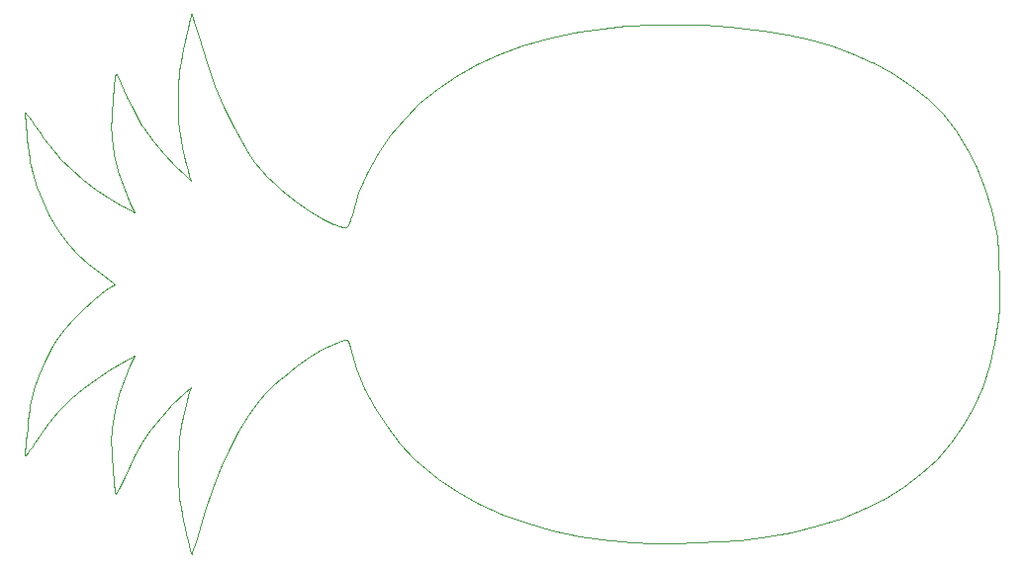
<source format=gm1>
G04 #@! TF.GenerationSoftware,KiCad,Pcbnew,6.0.10-86aedd382b~118~ubuntu22.04.1*
G04 #@! TF.CreationDate,2023-01-30T15:30:24-08:00*
G04 #@! TF.ProjectId,led-panel-single,6c65642d-7061-46e6-956c-2d73696e676c,rev?*
G04 #@! TF.SameCoordinates,Original*
G04 #@! TF.FileFunction,Profile,NP*
%FSLAX46Y46*%
G04 Gerber Fmt 4.6, Leading zero omitted, Abs format (unit mm)*
G04 Created by KiCad (PCBNEW 6.0.10-86aedd382b~118~ubuntu22.04.1) date 2023-01-30 15:30:24*
%MOMM*%
%LPD*%
G01*
G04 APERTURE LIST*
G04 #@! TA.AperFunction,Profile*
%ADD10C,0.100000*%
G04 #@! TD*
G04 APERTURE END LIST*
G04 #@! TO.C,G\u002A\u002A\u002A*
D10*
X72384140Y-76943939D02*
X72467866Y-77184798D01*
X72585745Y-77553917D01*
X72729410Y-78024856D01*
X72890494Y-78571178D01*
X72945839Y-78762778D01*
X73626108Y-80970454D01*
X74347066Y-82999346D01*
X75111025Y-84854864D01*
X75920297Y-86542415D01*
X76777195Y-88067409D01*
X77224685Y-88771328D01*
X77751332Y-89528732D01*
X78271543Y-90191246D01*
X78830420Y-90809698D01*
X79473066Y-91434916D01*
X80029441Y-91932139D01*
X81229926Y-92917386D01*
X82368658Y-93730578D01*
X83451216Y-94375348D01*
X84483179Y-94855328D01*
X84571852Y-94889835D01*
X85023716Y-95062309D01*
X85342886Y-95162321D01*
X85561915Y-95171422D01*
X85713358Y-95071165D01*
X85829769Y-94843104D01*
X85943702Y-94468792D01*
X86055640Y-94049024D01*
X86640426Y-92212694D01*
X87385577Y-90471278D01*
X88287238Y-88827869D01*
X89341552Y-87285562D01*
X90544662Y-85847448D01*
X91892712Y-84516623D01*
X93381847Y-83296180D01*
X95008209Y-82189212D01*
X96767942Y-81198814D01*
X98657190Y-80328079D01*
X100672097Y-79580101D01*
X102808806Y-78957974D01*
X105063461Y-78464790D01*
X105600259Y-78369591D01*
X107530932Y-78095612D01*
X109591460Y-77902965D01*
X111741925Y-77791882D01*
X113942408Y-77762598D01*
X116152992Y-77815346D01*
X118333759Y-77950359D01*
X120444790Y-78167871D01*
X121260741Y-78278028D01*
X123345821Y-78631674D01*
X125286771Y-79070511D01*
X127111086Y-79602630D01*
X128846263Y-80236125D01*
X130519798Y-80979088D01*
X130644285Y-81039788D01*
X132358222Y-81972667D01*
X133922341Y-83016690D01*
X135337969Y-84173724D01*
X136606433Y-85445635D01*
X137729063Y-86834292D01*
X138707184Y-88341562D01*
X139542126Y-89969312D01*
X140235216Y-91719410D01*
X140787781Y-93593724D01*
X141201150Y-95594120D01*
X141261728Y-95973296D01*
X141309033Y-96388141D01*
X141350678Y-96955895D01*
X141386044Y-97641386D01*
X141414508Y-98409440D01*
X141435452Y-99224887D01*
X141448255Y-100052554D01*
X141452297Y-100857268D01*
X141446956Y-101603858D01*
X141431614Y-102257151D01*
X141405650Y-102781976D01*
X141385836Y-103010370D01*
X141081166Y-105068721D01*
X140627038Y-107012917D01*
X140023866Y-108842550D01*
X139272065Y-110557211D01*
X138372049Y-112156490D01*
X137324232Y-113639979D01*
X136129030Y-115007268D01*
X134786855Y-116257950D01*
X133298124Y-117391613D01*
X131663249Y-118407851D01*
X129882647Y-119306253D01*
X127956729Y-120086410D01*
X125885913Y-120747914D01*
X123670610Y-121290356D01*
X122664807Y-121488532D01*
X121056318Y-121742971D01*
X119310138Y-121945999D01*
X117469970Y-122096176D01*
X115579515Y-122192060D01*
X113682473Y-122232209D01*
X111822547Y-122215183D01*
X110043437Y-122139539D01*
X108388844Y-122003838D01*
X108078674Y-121969591D01*
X105589769Y-121609144D01*
X103234372Y-121118912D01*
X101013092Y-120499151D01*
X98926538Y-119750116D01*
X96975320Y-118872060D01*
X95160046Y-117865240D01*
X93481325Y-116729909D01*
X91939766Y-115466324D01*
X91450040Y-115010466D01*
X90171070Y-113655808D01*
X89020534Y-112180005D01*
X88010181Y-110603374D01*
X87151758Y-108946236D01*
X86457014Y-107228908D01*
X85939655Y-105479815D01*
X85854863Y-105151854D01*
X85766681Y-104938104D01*
X85642620Y-104829786D01*
X85450192Y-104818120D01*
X85156910Y-104894326D01*
X84730285Y-105049623D01*
X84571852Y-105110165D01*
X83544078Y-105575801D01*
X82466201Y-106205908D01*
X81332642Y-107004117D01*
X80137821Y-107974061D01*
X80029441Y-108067861D01*
X79295706Y-108730841D01*
X78679136Y-109349419D01*
X78134628Y-109974423D01*
X77617081Y-110656681D01*
X77224685Y-111228672D01*
X76390452Y-112587806D01*
X75604551Y-114078693D01*
X74862150Y-115712637D01*
X74158417Y-117500944D01*
X73488523Y-119454915D01*
X72947080Y-121237222D01*
X72781743Y-121802508D01*
X72631114Y-122301116D01*
X72503575Y-122706616D01*
X72407508Y-122992576D01*
X72351296Y-123132564D01*
X72342934Y-123142222D01*
X72303962Y-123054767D01*
X72234768Y-122811705D01*
X72141697Y-122441987D01*
X72031095Y-121974567D01*
X71909307Y-121438397D01*
X71782677Y-120862429D01*
X71657552Y-120275617D01*
X71540276Y-119706914D01*
X71437195Y-119185270D01*
X71354655Y-118739640D01*
X71299000Y-118398976D01*
X71291449Y-118344444D01*
X71238417Y-117786750D01*
X71203949Y-117090081D01*
X71187567Y-116302253D01*
X71188790Y-115471081D01*
X71207140Y-114644381D01*
X71242136Y-113869968D01*
X71293299Y-113195658D01*
X71347580Y-112747037D01*
X71462830Y-112073110D01*
X71604866Y-111363893D01*
X71762310Y-110668084D01*
X71923783Y-110034377D01*
X72077908Y-109511469D01*
X72155970Y-109287288D01*
X72326066Y-108837910D01*
X71685724Y-109405616D01*
X70716292Y-110336171D01*
X69755897Y-111391924D01*
X68855131Y-112514571D01*
X68247083Y-113368416D01*
X67885809Y-113952803D01*
X67478035Y-114700338D01*
X67021275Y-115615897D01*
X66513041Y-116704354D01*
X66272794Y-117238580D01*
X66110897Y-117582565D01*
X65972396Y-117840717D01*
X65876278Y-117979517D01*
X65846497Y-117991172D01*
X65815429Y-117872729D01*
X65775491Y-117599014D01*
X65729496Y-117202538D01*
X65680256Y-116715815D01*
X65630582Y-116171357D01*
X65583288Y-115601677D01*
X65541186Y-115039287D01*
X65507087Y-114516700D01*
X65483805Y-114066427D01*
X65474152Y-113720983D01*
X65474044Y-113685310D01*
X65550605Y-112322545D01*
X65769453Y-110903686D01*
X66118377Y-109480009D01*
X66585162Y-108102792D01*
X67064090Y-107009806D01*
X67500098Y-106121993D01*
X66521432Y-106639972D01*
X65371952Y-107303554D01*
X64214179Y-108074725D01*
X63095968Y-108917371D01*
X62065172Y-109795375D01*
X61169645Y-110672623D01*
X61149438Y-110694196D01*
X60874346Y-111008502D01*
X60523970Y-111438894D01*
X60128989Y-111945987D01*
X59720085Y-112490396D01*
X59330398Y-113029259D01*
X58939677Y-113581809D01*
X58644366Y-113999262D01*
X58430796Y-114299823D01*
X58285298Y-114501697D01*
X58194204Y-114623091D01*
X58143847Y-114682210D01*
X58120556Y-114697258D01*
X58110665Y-114686443D01*
X58100504Y-114667969D01*
X58100270Y-114667716D01*
X58092601Y-114559799D01*
X58104563Y-114296573D01*
X58132952Y-113909488D01*
X58174561Y-113429992D01*
X58226186Y-112889533D01*
X58284621Y-112319561D01*
X58346661Y-111751523D01*
X58409101Y-111216870D01*
X58468735Y-110747048D01*
X58522358Y-110373508D01*
X58559585Y-110161162D01*
X58855323Y-109011786D01*
X59273284Y-107810182D01*
X59787243Y-106619721D01*
X60370973Y-105503773D01*
X60729111Y-104918799D01*
X61442475Y-103901606D01*
X62199606Y-102983320D01*
X63031797Y-102133269D01*
X63970345Y-101320780D01*
X65046545Y-100515180D01*
X65627710Y-100117593D01*
X65750969Y-100019809D01*
X65715495Y-99943907D01*
X65627710Y-99882407D01*
X64473439Y-99069097D01*
X63472005Y-98263781D01*
X62592113Y-97435788D01*
X61802468Y-96554443D01*
X61071775Y-95589076D01*
X60729111Y-95081201D01*
X60117065Y-94037041D01*
X59559665Y-92881820D01*
X59083138Y-91678907D01*
X58713710Y-90491675D01*
X58559585Y-89838837D01*
X58513280Y-89567678D01*
X58458336Y-89174458D01*
X58397959Y-88690626D01*
X58335354Y-88147631D01*
X58273727Y-87576921D01*
X58216283Y-87009945D01*
X58166227Y-86478153D01*
X58126764Y-86012991D01*
X58101100Y-85645910D01*
X58092440Y-85408358D01*
X58100270Y-85332284D01*
X58110544Y-85313835D01*
X58120334Y-85302759D01*
X58143309Y-85317263D01*
X58193138Y-85375551D01*
X58283489Y-85495830D01*
X58428030Y-85696305D01*
X58640429Y-85995181D01*
X58934356Y-86410664D01*
X59323478Y-86960959D01*
X59330398Y-86970741D01*
X59722756Y-87513225D01*
X60131669Y-88057517D01*
X60526456Y-88564234D01*
X60876438Y-88993990D01*
X61149438Y-89305804D01*
X62040976Y-90182571D01*
X63068978Y-91060996D01*
X64185590Y-91904963D01*
X65342957Y-92678357D01*
X66493227Y-93345064D01*
X66521432Y-93360028D01*
X67500098Y-93878007D01*
X67064090Y-92990194D01*
X66506958Y-91692521D01*
X66057332Y-90304919D01*
X65727428Y-88878666D01*
X65529459Y-87465039D01*
X65474044Y-86314690D01*
X65481710Y-85985338D01*
X65503372Y-85546911D01*
X65536218Y-85031923D01*
X65577434Y-84472886D01*
X65624210Y-83902312D01*
X65673732Y-83352714D01*
X65723189Y-82856604D01*
X65769768Y-82446495D01*
X65810656Y-82154900D01*
X65843042Y-82014331D01*
X65846497Y-82008828D01*
X65907269Y-82057946D01*
X66022057Y-82246954D01*
X66171872Y-82542330D01*
X66272794Y-82761420D01*
X66804432Y-83927394D01*
X67283505Y-84918327D01*
X67712498Y-85739096D01*
X68093899Y-86394573D01*
X68247083Y-86631584D01*
X69069596Y-87766124D01*
X69989818Y-88877655D01*
X70957157Y-89907871D01*
X71685724Y-90594383D01*
X72326066Y-91162090D01*
X72155970Y-90712712D01*
X72010816Y-90272160D01*
X71852009Y-89693828D01*
X71690927Y-89026413D01*
X71538949Y-88318609D01*
X71407451Y-87619113D01*
X71347580Y-87252963D01*
X71283388Y-86697780D01*
X71234966Y-86002888D01*
X71202793Y-85216100D01*
X71187349Y-84385233D01*
X71189114Y-83558102D01*
X71208567Y-82782522D01*
X71246187Y-82106310D01*
X71291449Y-81655555D01*
X71340773Y-81340130D01*
X71418290Y-80913770D01*
X71517656Y-80405428D01*
X71632524Y-79844057D01*
X71756550Y-79258609D01*
X71883389Y-78678036D01*
X72006695Y-78131293D01*
X72120122Y-77647331D01*
X72217326Y-77255102D01*
X72291962Y-76983560D01*
X72337683Y-76861657D01*
X72342934Y-76857778D01*
X72384140Y-76943939D01*
G04 #@! TD*
M02*

</source>
